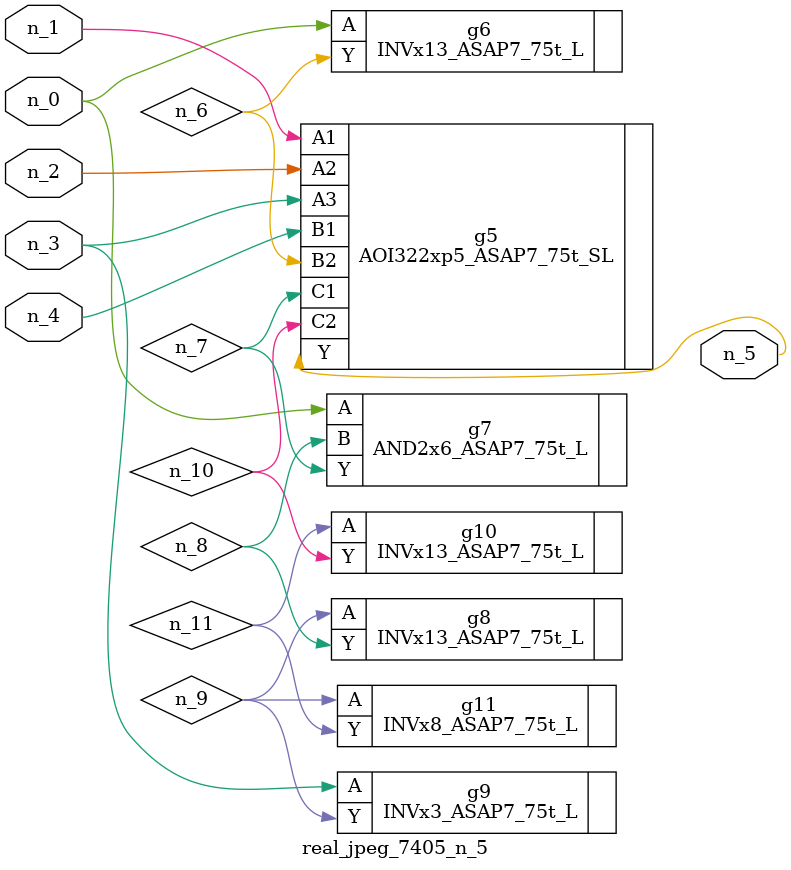
<source format=v>
module real_jpeg_7405_n_5 (n_4, n_0, n_1, n_2, n_3, n_5);

input n_4;
input n_0;
input n_1;
input n_2;
input n_3;

output n_5;

wire n_8;
wire n_11;
wire n_6;
wire n_7;
wire n_10;
wire n_9;

INVx13_ASAP7_75t_L g6 ( 
.A(n_0),
.Y(n_6)
);

AND2x6_ASAP7_75t_L g7 ( 
.A(n_0),
.B(n_8),
.Y(n_7)
);

AOI322xp5_ASAP7_75t_SL g5 ( 
.A1(n_1),
.A2(n_2),
.A3(n_3),
.B1(n_4),
.B2(n_6),
.C1(n_7),
.C2(n_10),
.Y(n_5)
);

INVx3_ASAP7_75t_L g9 ( 
.A(n_3),
.Y(n_9)
);

INVx13_ASAP7_75t_L g8 ( 
.A(n_9),
.Y(n_8)
);

INVx8_ASAP7_75t_L g11 ( 
.A(n_9),
.Y(n_11)
);

INVx13_ASAP7_75t_L g10 ( 
.A(n_11),
.Y(n_10)
);


endmodule
</source>
